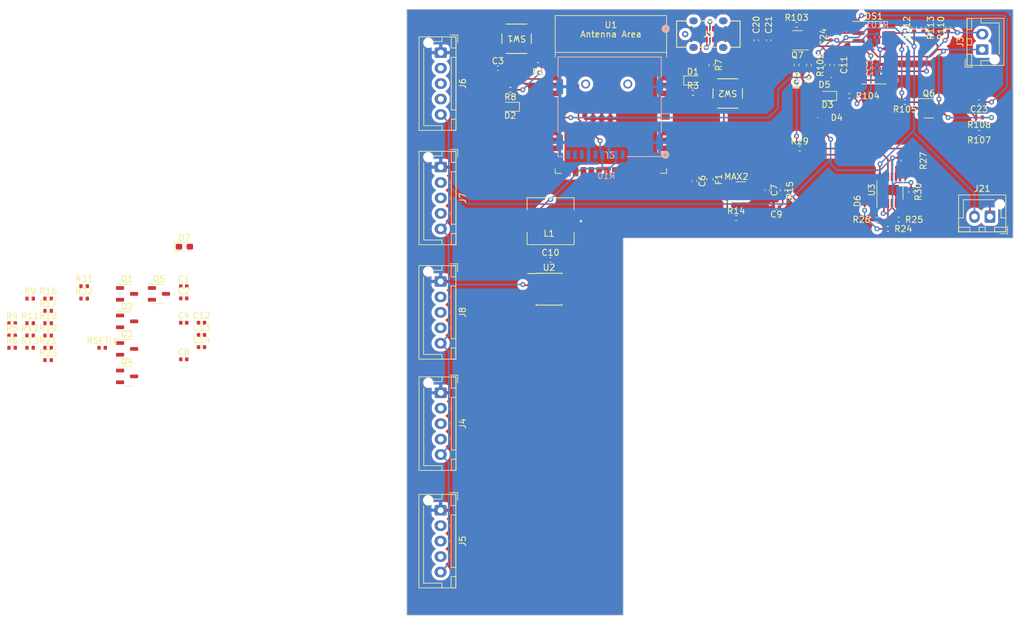
<source format=kicad_pcb>
(kicad_pcb (version 20221018) (generator pcbnew)
  (layers (0 "F.Cu" signal) (31 "B.Cu" signal) (34 "B.Paste" user) (35 "F.Paste" user) (36 "B.SilkS" user "B.Silkscreen") (37 "F.SilkS" user "F.Silkscreen") (38 "B.Mask" user) (39 "F.Mask" user) (44 "Edge.Cuts" user))
  (net 0 "")
  (net 1 "3v3")
  (net 2 "OR Gate")
  (net 3 "Net-(U1-EN)")
  (net 5 "5v")
  (net 6 "Net-(C9-Pad1)")
  (net 7 "Net-(U2-BST)")
  (net 8 "Net-(D7-K)")
  (net 9 "BAT")
  (net 10 "LOAD")
  (net 11 "Net-(DS1-Vdd)")
  (net 12 "Net-(DS1-Cbias)")
  (net 13 "Net-(DS1-CTG)")
  (net 14 "Net-(DS1-Vch)")
  (net 15 "Net-(D1-A)")
  (net 16 "Net-(D2-A)")
  (net 17 "Net-(D3-K)")
  (net 18 "Net-(D5-K)")
  (net 19 "Net-(DS1-THM)")
  (net 20 "therm_2")
  (net 21 "therm_3")
  (net 22 "SERVO_1")
  (net 23 "SERVO_2")
  (net 26 "therm_1")
  (net 27 "therm_4")
  (net 28 "therm_5")
  (net 31 "Net-(Q1-G)")
  (net 32 "Net-(Q2-G)")
  (net 33 "Net-(Q3-G)")
  (net 34 "Net-(Q4-G)")
  (net 35 "Net-(Q5-G)")
  (net 36 "Net-(Q6-D)")
  (net 37 "Net-(Q6-G)")
  (net 38 "Net-(R1-Pad2)")
  (net 39 "LED")
  (net 40 "Net-(J1-CC1)")
  (net 41 "Net-(J1-CC2)")
  (net 42 "SS")
  (net 43 "MOSI")
  (net 44 "SCK")
  (net 45 "MISO")
  (net 46 "Net-(MAX2-CLMODE)")
  (net 47 "Net-(U2-EN)")
  (net 48 "heater_4")
  (net 49 "heater_5")
  (net 50 "heater_1")
  (net 51 "heater_3")
  (net 52 "Net-(U2-PGOOD)")
  (net 53 "Net-(U3-ADJ)")
  (net 54 "Net-(U3-CMP1)")
  (net 55 "Net-(U3-V2OK)")
  (net 56 "Net-(U3-V2UV)")
  (net 57 "Net-(U3-GNDSW)")
  (net 58 "Net-(U3-CMPOUT1)")
  (net 59 "Net-(U2-FB)")
  (net 60 "Net-(DS1-LED1)")
  (net 61 "Net-(DS1-Rt)")
  (net 62 "Net-(DS1-Div)")
  (net 63 "Net-(DS1-Vbatt)")
  (net 64 "Net-(F1-Pad1)")
  (net 72 "V_MON")
  (net 77 "D-")
  (net 78 "D+")
  (net 90 "USB_P")
  (net 91 "GND")
  (net 92 "Net-(U1-GPIO0)")
  (net 98 "Net-(J4-Pin_3)")
  (net 99 "Net-(J5-Pin_3)")
  (net 100 "SERVO_5")
  (net 101 "Net-(J6-Pin_3)")
  (net 102 "SERVO_4")
  (net 103 "Net-(J7-Pin_3)")
  (net 104 "SERVO_3")
  (net 105 "Net-(J8-Pin_3)")
  (net 106 "Net-(MAX2-SETI)")
  (footprint "Connector_JST:JST_XH_B5B-XH-AM_1x05_P2.50mm_Vertical" (layer "F.Cu") (at 145.475 133 -90)
    (fp_text reference "J5")
    (fp_text value "Conn_01x05_Pin")
  )
  (footprint "Connector_JST:JST_XH_B2B-XH-AM_1x02_P2.50mm_Vertical" (layer "F.Cu") (at 233 58.5 90)
    (fp_text reference "J3")
    (fp_text value "Conn_01x02_Male")
  )
  (footprint "Resistor_SMD:R_0402_1005Metric" (layer "F.Cu") (at 205 61 -90)
    (fp_text reference "R2")
    (fp_text value "100K")
  )
  (footprint "Resistor_SMD:R_0402_1005Metric" (layer "F.Cu") (at 82.05 98.77)
    (fp_text reference "R16")
    (fp_text value "15.2k")
  )
  (footprint "Package_TO_SOT_SMD:SOT-23-3" (layer "F.Cu") (at 94.81 111.36)
    (fp_text reference "Q4")
    (fp_text value "VNP10N07")
  )
  (footprint "Resistor_SMD:R_0402_1005Metric" (layer "F.Cu") (at 79.14 106.73)
    (fp_text reference "R13")
    (fp_text value "1.5k")
  )
  (footprint "Resistor_SMD:R_0402_1005Metric" (layer "F.Cu") (at 79.14 104.74)
    (fp_text reference "R12")
    (fp_text value "10k")
  )
  (footprint "Capacitor_SMD:C_0402_1005Metric" (layer "F.Cu") (at 103.97 96.77)
    (fp_text reference "C1")
    (fp_text value "1uF")
  )
  (footprint "Package_SO:MSOP-12-1EP_3x4mm_P0.65mm_EP1.65x2.85mm" (layer "F.Cu") (at 218.09 81.21 90)
    (fp_text reference "U3")
    (fp_text value "LTC4420CMSE-PBF")
  )
  (footprint "Resistor_SMD:R_0402_1005Metric" (layer "F.Cu") (at 87.87 98.77)
    (fp_text reference "R32")
    (fp_text value "10.2k")
  )
  (footprint "Resistor_SMD:R_0402_1005Metric" (layer "F.Cu") (at 208 60.99 90)
    (fp_text reference "R102")
    (fp_text value "R")
  )
  (footprint "Connector_JST:JST_XH_B5B-XH-AM_1x05_P2.50mm_Vertical" (layer "F.Cu") (at 145.5 77.5 -90)
    (fp_text reference "J7")
    (fp_text value "Conn_01x05_Pin")
  )
  (footprint "Resistor_SMD:R_0402_1005Metric" (layer "F.Cu") (at 220.5 67 180)
    (fp_text reference "R105")
    (fp_text value "R")
  )
  (footprint "LED_SMD:LED_0603_1608Metric" (layer "F.Cu") (at 186.25 63.5)
    (fp_text reference "D1")
    (fp_text value "LED")
  )
  (footprint "Capacitor_SMD:C_0402_1005Metric" (layer "F.Cu") (at 198.25 81.25 -90)
    (fp_text reference "C7")
    (fp_text value "4.7 uF")
  )
  (footprint "Package_TO_SOT_SMD:SOT-23-3" (layer "F.Cu") (at 99.96 98.01)
    (fp_text reference "Q5")
    (fp_text value "VNP10N07")
  )
  (footprint "Resistor_SMD:R_0402_1005Metric" (layer "F.Cu") (at 193.24 85.75)
    (fp_text reference "R14")
    (fp_text value "150K")
  )
  (footprint "Resistor_SMD:R_0402_1005Metric" (layer "F.Cu") (at 82.05 106.73)
    (fp_text reference "R21")
    (fp_text value "1.5k")
  )
  (footprint "Resistor_SMD:R_0402_1005Metric" (layer "F.Cu") (at 203 54.5)
    (fp_text reference "R103")
    (fp_text value "R")
  )
  (footprint "Espressif:ESP32-S2-SOLO" (layer "F.Cu") (at 173 68.76)
    (fp_text reference "U1")
    (fp_text value "ESP32-S2-SOLO")
  )
  (footprint "Resistor_SMD:R_0402_1005Metric" (layer "F.Cu") (at 76.23 102.75)
    (fp_text reference "R4")
    (fp_text value "100k")
  )
  (footprint "usb:USB4120-03-C_GCT" (layer "F.Cu") (at 186.000001 55.135)
    (fp_text reference "J1")
    (fp_text value "USB_C_Receptacle")
  )
  (footprint "Capacitor_SMD:C_0402_1005Metric" (layer "F.Cu") (at 208.5 56.5 90)
    (fp_text reference "C24")
    (fp_text value "4.7 uF")
  )
  (footprint "Resistor_SMD:R_0402_1005Metric" (layer "F.Cu") (at 156.75 65 180)
    (fp_text reference "R8")
    (fp_text value "1K")
  )
  (footprint "Connector_JST:JST_XH_B5B-XH-AM_1x05_P2.50mm_Vertical" (layer "F.Cu") (at 145.5 59 -90)
    (fp_text reference "J6")
    (fp_text value "Conn_01x05_Pin")
  )
  (footprint "Resistor_SMD:R_0402_1005Metric" (layer "F.Cu") (at 90.78 106.73)
    (fp_text reference "RSETI1")
    (fp_text value "1.8K")
  )
  (footprint "Resistor_SMD:R_0402_1005Metric" (layer "F.Cu") (at 203.5 74.5)
    (fp_text reference "R29")
    (fp_text value "200k")
  )
  (footprint "Capacitor_SMD:C_0402_1005Metric" (layer "F.Cu") (at 103.97 102.68)
    (fp_text reference "C4")
    (fp_text value ".1uF")
  )
  (footprint "Resistor_SMD:R_0402_1005Metric" (layer "F.Cu") (at 222 55 90)
    (fp_text reference "R112")
    (fp_text value "300K")
  )
  (footprint "Package_TO_SOT_SMD:SOT-23-3" (layer "F.Cu") (at 224.3625 68)
    (fp_text reference "Q6")
    (fp_text value "NMOS")
  )
  (footprint "Package_TO_SOT_SMD:SOT-23-3" (layer "F.Cu") (at 94.81 106.91)
    (fp_text reference "Q3")
    (fp_text value "VNP10N07")
  )
  (footprint "Capacitor_SMD:C_0402_1005Metric" (layer "F.Cu") (at 186.5 79.77 90)
    (fp_text reference "C6")
    (fp_text value "0.47 uF")
  )
  (footprint "Capacitor_SMD:C_0402_1005Metric" (layer "F.Cu") (at 209.5 61 -90)
    (fp_text reference "C11")
    (fp_text value "2.2uF")
  )
  (footprint "Resistor_SMD:R_0402_1005Metric" (layer "F.Cu") (at 82.05 108.72)
    (fp_text reference "R23")
    (fp_text value "100k")
  )
  (footprint "LED_SMD:LED_0603_1608Metric" (layer "F.Cu") (at 156.7125 67.75 180)
    (fp_text reference "D2")
    (fp_text value "LED")
  )
  (footprint "Capacitor_SMD:C_0402_1005Metric" (layer "F.Cu") (at 163.23 92.5)
    (fp_text reference "C10")
    (fp_text value ".1uF")
  )
  (footprint "Capacitor_SMD:C_0402_1005Metric" (layer "F.Cu") (at 103.97 108.59)
    (fp_text reference "C8")
    (fp_text value "10uF")
  )
  (footprint "Package_DFN_QFN:WDFN-12-1EP_3x3mm_P0.45mm_EP1.7x2.5mm" (layer "F.Cu") (at 193.25 81.5)
    (fp_text reference "MAX2")
    (fp_text value "MAX17610")
  )
  (footprint "Capacitor_SMD:C_0402_1005Metric" (layer "F.Cu") (at 106.84 102.68)
    (fp_text reference "C12")
    (fp_text value "47uF")
  )
  (footprint "Resistor_SMD:R_0402_1005Metric" (layer "F.Cu") (at 200.75 81.25 -90)
    (fp_text reference "R15")
    (fp_text value ".5")
  )
  (footprint "Resistor_SMD:R_0402_1005Metric" (layer "F.Cu") (at 161.25 61 180)
    (fp_text reference "R1")
    (fp_text value "10k")
  )
  (footprint "Diode_SMD:D_0402_1005Metric" (layer "F.Cu") (at 207.5 69.5)
    (fp_text reference "D4")
    (fp_text value "D_Schottky")
  )
  (footprint "Capacitor_SMD:C_0402_1005Metric" (layer "F.Cu") (at 199.73 84 180)
    (fp_text reference "C9")
    (fp_text value "2.2uF")
  )
  (footprint "Resistor_SMD:R_0402_1005Metric" (layer "F.Cu") (at 82.05 102.75)
    (fp_text reference "R18")
    (fp_text value "1.5k")
  )
  (footprint "Resistor_SMD:R_0402_1005Metric" (layer "F.Cu") (at 189.25 61 -90)
    (fp_text reference "R7")
    (fp_text value "5.1k")
  )
  (footprint "Connector_JST:JST_XH_B2B-XH-AM_1x02_P2.50mm_Vertical" (layer "F.Cu") (at 234.25 85.525 180)
    (fp_text reference "J21")
    (fp_text value "Conn_01x02_Male")
  )
  (footprint "Capacitor_SMD:C_0402_1005Metric" (layer "F.Cu") (at 232.49 66.98 180)
    (fp_text reference "C23")
    (fp_text value "0.1 uF")
  )
  (footprint "Diode_SMD:D_0402_1005Metric" (layer "F.Cu") (at 207.5 63 180)
    (fp_text reference "D5")
    (fp_text value "D")
  )
  (footprint "Resistor_SMD:R_0402_1005Metric" (layer "F.Cu") (at 221.5 81.5 -90)
    (fp_text reference "R30")
    (fp_text value "1M")
  )
  (footprint "Capacitor_SMD:C_0402_1005Metric" (layer "F.Cu") (at 106.84 104.65)
    (fp_text reference "C13")
    (fp_text value "15uF")
  )
  (footprint "Package_SO:SOIC-16_3.9x9.9mm_P1.27mm" (layer "F.Cu") (at 215.5 59)
    (fp_text reference "DS1")
    (fp_text value "~")
  )
  (footprint "Capacitor_SMD:C_0402_1005Metric" (layer "F.Cu") (at 196.5 57 -90)
    (fp_text reference "C20")
    (fp_text value "47 uF")
  )
  (footprint "Package_TO_SOT_SMD:SOT-23-3" (layer "F.Cu") (at 203.1375 57 180)
    (fp_text reference "Q7")
    (fp_text value "PMOS")
  )
  (footprint "button:SW_PTS647SM38SMTR2LFS_CNK" (layer "F.Cu") (at 157.75 56.75)
    (fp_text reference "SW1")
    (fp_text value "PTS647SM38SMTR2LFS")
  )
  (footprint "Connector_JST:JST_XH_B5B-XH-AM_1x05_P2.50mm_Vertical" (layer "F.Cu") (at 145.5 114 -90)
    (fp_text reference "J4")
    (fp_text value "Conn_01x05_Pin")
  )
  (footprint "Capacitor_SMD:C_0402_1005Metric" (layer "F.Cu") (at 198.5 57 -90)
    (fp_text reference "C21")
    (fp_text value "1 uF")
  )
  (footprint "LED_SMD:LED_0603_1608Metric" (layer "F.Cu") (at 208 66 180)
    (fp_text reference "D3")
    (fp_text value "LED")
  )
  (footprint "Capacitor_SMD:C_0402_1005Metric" (layer "F.Cu") (at 154.73 61.5)
    (fp_text reference "C3")
    (fp_text value ".1uF")
  )
  (footprint "Resistor_SMD:R_0402_1005Metric" (layer "F.Cu") (at 82.05 100.76)
    (fp_text reference "R17")
    (fp_text value "10.2k")
  )
  (footprint "Resistor_SMD:R_0402_1005Metric" (layer "F.Cu") (at 79.14 98.77)
    (fp_text reference "R9")
    (fp_text value "10k")
  )
  (footprint "Package_TO_SOT_SMD:SOT-23-3" (layer "F.Cu") (at 94.81 98.01)
    (fp_text reference "Q1")
    (fp_text value "VNP10N07")
  )
  (footprint "Resistor_SMD:R_0402_1005Metric" (layer "F.Cu") (at 227.5 55.01 90)
    (fp_text reference "R110")
    (fp_text value "R")
  )
  (footprint "Resistor_SMD:R_0402_1005Metric" (layer "F.Cu") (at 232.5 71.98 180)
    (fp_text reference "R107")
    (fp_text value "7")
  )
  (footprint "Resistor_SMD:R_0402_1005Metric" (layer "F.Cu") (at 82.05 104.74)
    (fp_text reference "R19")
    (fp_text value "1.5k")
  )
  (footprint "Resistor_SMD:R_0402_1005Metric" (layer "F.Cu") (at 223.5 55 -90)
    (fp_text reference "R113")
    (fp_text value "R")
  )
  (footprint "inductor:IND_B1047AS-2R2N=P3" (layer "F.Cu") (at 163.25 86.25 180)
    (fp_text reference "L1")
    (fp_text value "2.2uH")
  )
  (footprint "Resistor_SMD:R_0402_1005Metric" (layer "F.Cu") (at 87.87 96.78)
    (fp_text reference "R31")
    (fp_text value "31.6k")
  )
  (footprint "Resistor_SMD:R_0402_1005Metric" (layer "F.Cu") (at 219.5 76.5 90)
    (fp_text reference "R27")
    (fp_text value "1M")
  )
  (footprint "Package_TO_SOT_SMD:SOT-23-3" (layer "F.Cu") (at 94.81 102.46)
    (fp_text reference "Q2")
    (fp_text value "VNP10N07")
  )
  (footprint "Resistor_SMD:R_0402_1005Metric" (layer "F.Cu") (at 215.99 86 180)
    (fp_text reference "R26")
    (fp_text value "45k")
  )
  (footprint "Resistor_SMD:R_0402_1005Metric" (layer "F.Cu") (at 79.14 102.75)
    (fp_text reference "R11")
    (fp_text value "10k")
  )
  (footprint "Resistor_SMD:R_0402_1005Metric" (layer "F.Cu") (at 232.5 69.49 180)
    (fp_text reference "R108")
    (fp_text value "R")
  )
  (footprint "Resistor_SMD:R_0402_1005Metric" (layer "F.Cu") (at 186.26 65.5)
    (fp_text reference "R3")
    (fp_text value "1K")
  )
  (footprint "Resistor_SMD:R_0402_1005Metric" (layer "F.Cu") (at 203 61 -90)
    (fp_text reference "R28")
    (fp_text value "300k")
  )
  (footprint "Connector_JST:JST_XH_B5B-XH-AM_1x05_P2.50mm_Vertical" (layer "F.Cu") (at 145.475 96 -90)
    (fp_text reference "J8")
    (fp_text value "Conn_01x05_Pin")
  )
  (footprint "Fuse:Fuse_0603_1608Metric" (layer "F.Cu") (at 189 79.5 -90)
    (fp_text reference "F1")
    (fp_text value "Fuse")
  )
  (footprint "Package_SO:SOIC-8-N7_3.9x4.9mm_P1.27mm" (layer "F.Cu") (at 163 97.25)
    (fp_text reference "U2")
    (fp_text value "ADP2303")
  )
  (footprint "Capacitor_SMD:C_0402_1005Metric" (layer "F.Cu") (at 106.84 106.62)
    (fp_text reference "C14")
    (fp_text value "47uF")
  )
  (footprint "Resistor_SMD:R_0402_1005Metric" (layer "F.Cu") (at 219.5 86 180)
    (fp_text reference "R25")
    (fp_text value "156k")
  )
  (footprint "button:SW_PTS647SM38SMTR2LFS_CNK" (layer "F.Cu") (at 191.875001 65.599999 180)
    (fp_text reference "SW2")
    (fp_text value "PTS647SM38SMTR2LFS")
  )
  (footprint "Resistor_SMD:R_0402_1005Metric" (layer "F.Cu") (at 217.75 87.5)
    (fp_text reference "R24")
    (fp_text value "300k")
  )
  (footprint "Capacitor_SMD:C_0402_1005Metric" (layer "F.Cu") (at 103.97 98.74)
    (fp_text reference "C2")
    (fp_text value ".1uF")
  )
  (footprint "Diode_SMD:D_0402_1005Metric" (layer "F.Cu") (at 214 83 90)
    (fp_text reference "D6")
    (fp_text value "D")
  )
  (footprint "Diode_SMD:D_0603_1608Metric_Pad1.05x0.95mm_HandSolder" (layer "F.Cu") (at 104.065 90.38)
    (fp_text reference "D7")
    (fp_text value "D_Schottky")
  )
  (footprint "Resistor_SMD:R_0402_1005Metric" (layer "F.Cu") (at 76.23 104.74)
    (fp_text reference "R5")
    (fp_text value "1.5k")
  )
  (footprint "Resistor_SMD:R_0402_1005Metric" (layer "F.Cu") (at 76.23 106.73)
    (fp_text reference "R6")
    (fp_text value "5.1k")
  )
  (footprint "Resistor_SMD:R_0402_1005Metric" (layer "F.Cu") (at 211.5 66)
    (fp_text reference "R104")
    (fp_text value "R")
  )
  (footprint "Resistor_SMD:R_0402_1005Metric" (layer "B.Cu") (at 216 56.5 -90)
    (fp_text reference "R101")
    (fp_text value "R")
  )
  (footprint "Capacitor_SMD:C_0402_1005Metric" (layer "B.Cu") (at 216 61.5 -90)
    (fp_text reference "C22")
    (fp_text value "0.1 uF")
  )
  (footprint "Resistor_SMD:R_0402_1005Metric" (layer "B.Cu") (at 172.24 77.75)
    (fp_text reference "R10")
    (fp_text value "10k")
  )
  (footprint "sdcard:MEM2075-00-140-01-A_GCT" (layer "B.Cu") (at 172.794999 67.7552)
    (fp_text reference "J2")
    (fp_text value "SD_Card")
  )
  (gr_line (start 175 89) (end 175 150) (stroke (width 0.1)) (layer "Edge.Cuts"))
  (gr_line (start 175 150) (end 140 150) (stroke (width 0.1)) (layer "Edge.Cuts"))
  (gr_line (start 238 52) (end 238 89) (stroke (width 0.1)) (layer "Edge.Cuts"))
  (gr_line (start 140 150) (end 140 52) (stroke (width 0.1)) (layer "Edge.Cuts"))
  (gr_line (start 238 89) (end 175 89) (stroke (width 0.1)) (layer "Edge.Cuts"))
  (gr_line (start 140 52) (end 238 52) (stroke (width 0.1)) (layer "Edge.Cuts"))
  (segment (start 161.76 61) (end 161.76 61.99) (width 0.25) (layer "F.Cu") (net 1))
  (segment (start 161.76 61.99) (end 161.5 62.25) (width 0.25) (layer "F.Cu") (net 1))
  (segment (start 160.05 86.25) (end 160.05 85.75) (width 0.25) (layer "F.Cu") (net 1))
  (segment (start 162.53 61.77) (end 164.25 61.77) (width 0.25) (layer "F.Cu") (net 1))
  (segment (start 161.76 61) (end 162.53 61.77) (width 0.25) (layer "F.Cu") (net 1))
  (segment (start 167.75 64.27) (end 167.75 69.75) (width 0.25) (layer "F.Cu") (net 1))
  (segment (start 160.05 85.75) (end 163.05 82.75) (width 0.25) (layer "F.Cu") (net 1))
  (segment (start 158.75 65) (end 157.26 65) (width 0.25) (layer "F.Cu") (net 1))
  (segment (start 167.75 69.75) (end 171.25 73.25) (width 0.25) (layer "F.Cu") (net 1))
  (segment (start 165.25 61.77) (end 167.75 64.27) (width 0.25) (layer "F.Cu") (net 1))
  (segment (start 163.05 82.75) (end 163.25 82.75) (width 0.25) (layer "F.Cu") (net 1))
  (segment (start 164.25 61.77) (end 165.25 61.77) (width 0.25) (layer "F.Cu") (net 1))
  (via (at 171.25 73.25) (size 0.8) (drill 0.4) (layers "F.Cu" "B.Cu") (net 1))
  (via (at 163.25 82.75) (size 0.8) (drill 0.4) (layers "F.Cu" "B.Cu") (net 1))
  (via (at 161.5 62.25) (size 0.8) (drill 0.4) (layers "F.Cu" "B.Cu") (net 1))
  (via (at 158.75 65) (size 0.8) (drill 0.4) (layers "F.Cu" "B.Cu") (net 1))
  (segment (start 163.25 82.75) (end 168.25 77.75) (width 0.25) (layer "B.Cu") (net 1))
  (segment (start 161.5 62.25) (end 158.75 65) (width 0.25) (layer "B.Cu") (net 1))
  (segment (start 171.25 75.15) (end 171.6 75.5) (width 0.25) (layer "B.Cu") (net 1))
  (segment (start 171.6 75.5) (end 171.6 77.62) (width 0.25) (layer "B.Cu") (net 1))
  (segment (start 168.25 77.75) (end 171.73 77.75) (width 0.25) (layer "B.Cu") (net 1))
  (segment (start 171.6 77.62) (end 171.73 77.75) (width 0.25) (layer "B.Cu") (net 1))
  (segment (start 171.25 73.25) (end 171.25 75.15) (width 0.25) (layer "B.Cu") (net 1))
  (segment (start 203.495 83.485) (end 214 83.485) (width 0.25) (layer "F.Cu") (net 2))
  (segment (start 214 83.485) (end 216.34 83.485) (width 0.25) (layer "F.Cu") (net 2))
  (segment (start 200.72 80.77) (end 200.75 80.74) (width 0.25) (layer "F.Cu") (net 2))
  (segment (start 200.75 80.74) (end 203.495 83.485) (width 0.25) (layer "F.Cu") (net 2))
  (segment (start 216 87.5) (end 217.24 87.5) (width 0.25) (layer "F.Cu") (net 2))
  (segment (start 198.25 80.77) (end 200.72 80.77) (width 0.25) (layer "F.Cu") (net 2))
  (segment (start 197.855 80.375) (end 194.7 80.375) (width 0.25) (layer "F.Cu") (net 2))
  (segment (start 214 83.485) (end 214 84.5) (width 0.25) (layer "F.Cu") (net 2))
  (segment (start 216.34 83.485) (end 216.465 83.36) (width 0.25) (layer "F.Cu") (net 2))
  (segment (start 198.25 80.77) (end 197.855 80.375) (width 0.25) (layer "F.Cu") (net 2))
  (via (at 214 84.5) (size 0.8) (drill 0.4) (layers "F.Cu" "B.Cu") (net 2))
  (via (at 216 87.5) (size 0.8) (drill 0.4) (layers "F.Cu" "B.Cu") (net 2))
  (segment (start 214 84.5) (end 214 85.5) (width 0.25) (layer "B.Cu") (net 2))
  (segment (start 214 85.5) (end 216 87.5) (width 0.25) (layer "B.Cu") (net 2))
  (segment (start 164.25 63.04) (end 164.04 63.25) (width 0.25) (layer "F.Cu") (net 3))
  (segment (start 155.124999 61.414999) (end 155.124999 58.349999) (width 0.25) (layer "F.Cu") (net 3))
  (segment (start 164.04 63.25) (end 156.96 63.25) (width 0.25) (layer "F.Cu") (net 3))
  (segment (start 155.21 61.5) (end 155.124999 61.414999) (width 0.25) (layer "F.Cu") (net 3))
  (segment (start 156.96 63.25) (end 155.21 61.5) (width 0.25) (layer "F.Cu") (net 3))
  (segment (start 219.5 75.99) (end 218.534598 75.99) (width 0.25) (layer "F.Cu") (net 5))
  (segment (start 221.5 80.99) (end 221.5 80) (width 0.25) (layer "F.Cu") (net 5))
  (segment (start 217.115 84.885) (end 217.115 83.36) (width 0.25) (layer "F.Cu") (net 5))
  (segment (start 158.865 96.615) (end 158.75 96.5) (width 0.25) (layer "F.Cu") (net 5))
  (segment (start 160.3 96.615) (end 158.865 96.615) (width 0.25) (layer "F.Cu") (net 5))
  (segment (start 217 85) (end 217.115 84.885) (width 0.25) (layer "F.Cu") (net 5))
  (segment (start 207.985 69.5) (end 207.985 72.485) (width 0.25) (layer "F.Cu") (net 5))
  (segment (start 221.51 79.99) (end 221.5 80) (width 0.25) (layer "F.Cu") (net 5))
  (segment (start 218.415 76.109598) (end 218.415 79.06) (width 0.25) (layer "F.Cu") (net 5))
  (segment (start 218.534598 75.99) (end 218.512299 76.012299) (width 0.25) (layer "F.Cu") (net 5))
  (segment (start 207.985 72.485) (end 208.5 73) (width 0.25) (layer "F.Cu") (net 5))
  (segment (start 218.512299 76.012299) (end 218.415 76.109598) (width 0.25) (layer "F.Cu") (net 5))
  (via (at 218.512299 76.012299) (size 0.8) (drill 0.4) (layers "F.Cu" "B.Cu") (net 5))
  (via (at 217 85) (size 0.8) (drill 0.4) (layers "F.Cu" "B.Cu") (net 5))
  (via (at 221.5 80) (size 0.8) (drill 0.4) (layers "F.Cu" "B.Cu") (net 5))
  (via (at 208.5 73) (size 0.8) (drill 0.4) (layers "F.Cu" "B.Cu") (net 5))
  (via (at 158.75 96.5) (size 0.8) (drill 0.4) (layers "F.Cu" "B.Cu") (net 5))
  (segment (start 145.475 143) (end 146.775 141.7) (width 0.25) (layer "B.Cu") (net 5))
  (segment (start 218.5 84) (end 218.5 80.5) (width 0.25) (layer "B.Cu") (net 5))
  (segment (start 218.512299 76.012299) (end 218.5 76.024598) (width 0.25) (layer "B.Cu") (net 5))
  (segment (start 218.512299 76.012299) (end 216.524598 78) (width 0.25) (layer "B.Cu") (net 5))
  (segment (start 219 80) (end 218.5 80.5) (width 0.25) (layer "B.Cu") (net 5))
  (segment (start 201.275 83.475) (end 149.775 83.475) (width 0.25) (layer "B.Cu") (net 5))
  (segment (start 146.775 141.7) (end 146.775 125.275) (width 0.25) (layer "B.Cu") (net 5))
  (segment (start 217.5 85) (end 218.5 84) (width 0.25) (layer "B.Cu") (net 5))
  (segment (start 147.275 96.5) (end 146.775 97) (width 0.25) (layer "B.Cu") (net 5))
  (segment (start 221.5 80) (end 219 80) (width 0.25) (layer "B.Cu") (net 5))
  (segment (start 146.775 97) (end 146.775 88.775) (width 0.25) (layer "B.Cu") (net 5))
  (segment (start 145.5 124) (end 146.8 122.7) (width 0.25) (layer "B.Cu") (net 5))
  (segment (start 216.524598 78) (end 209.5 78) (width 0.25) (layer "B.Cu") (net 5))
  (segment (start 145.5 87.5) (end 146.8 86.2) (width 0.25) (layer "B.Cu") (net 5))
  (segment (start 146.8 80.5) (end 146.8 70.3) (width 0.25) (layer "B.Cu") (net 5))
  (segment (start 208.5 77) (end 208.5 76.25) (width 0.25) (layer "B.Cu") (net 5))
  (segment (start 158.75 96.5) (end 147.275 96.5) (width 0.25) (layer "B.Cu") (net 5))
  (segment (start 218.5 76.024598) (end 218.5 80.5) (width 0.25) (layer "B.Cu") (net 5))
  (segment (start 217 85) (end 217.5 85) (width 0.25) (layer "B.Cu") (net 5))
  (segment (start 146.8 70.3) (end 145.5 69) (width 0.25) (layer "B.Cu") (net 5))
  (segment (start 149.775 83.475) (end 146.8 80.5) (width 0.25) (layer "B.Cu") (net 5))
  (segment (start 208.5 76.25) (end 201.275 83.475) (width 0.25) (layer "B.Cu") (net 5))
  (segment (start 146.8 86.2) (end 146.8 80.5) (width 0.25) (layer "B.Cu") (net 5))
  (segment (start 145.475 106) (end 146.775 104.7) (width 0.25) (layer "B.Cu") (net 5))
  (segment (start 146.775 125.275) (end 145.5 124) (width 0.25) (layer "B.Cu") (net 5))
  (segment (start 209.5 78) (end 208.5 77) (width 0.25) (layer "B.Cu") (net 5))
  (segment (start 146.775 104.7) (end 146.775 97) (width 0.25) (layer "B.Cu") (net 5))
  (segment (start 146.775 88.775) (end 145.5 87.5) (width 0.25) (layer "B.Cu") (net 5))
  (segment (start 146.8 107.325) (end 145.475 106) (width 0.25) (layer "B.Cu") (net 5))
  (segment (start 208.5 76.25) (end 208.5 73) (width 0.25) (layer "B.Cu") (net 5))
  (segment (start 146.8 122.7) (end 146.8 107.325) (width 0.25) (layer "B.Cu") (net 5))
  (segment (start 200.75 81.76) (end 200.75 83.46) (width 0.25) (layer "F.Cu") (net 6))
  (segment (start 200.75 83.46) (end 200.21 84) (width 0.25) (layer "F.Cu") (net 6))
  (segment (start 160.3 93.45) (end 161.25 92.5) (width 0.25) (layer "F.Cu") (net 7))
  (segment (start 160.3 95.345) (end 160.3 93.45) (width 0.25) (layer "F.Cu") (net 7))
  (segment (start 161.25 92.5) (end 162.75 92.5) (width 0.25) (layer "F.Cu") (net 7))
  (segment (start 166.45 86.25) (end 166.45 92.75) (width 0.25) (layer "F.Cu") (net 8))
  (segment (start 163.71 92.5) (end 165.25 92.5) (width 0.25) (layer "F.Cu") (net 8))
  (segment (start 165.25 92.5) (end 165.7 92.95) (width 0.25) (layer "F.Cu") (net 8))
  (segment (start 165.7 93.5) (end 165.7 95.345) (width 0.25) (layer "F.Cu") (net 8))
  (segment (start 165.7 87) (end 166.45 86.25) (width 0.25) (layer "F.Cu") (net 8))
  (segment (start 166.45 92.75) (end 165.7 93.5) (width 0.25) (layer "F.Cu") (net 8))
  (segment (start 165.7 92.95) (end 165.7 93.5) (width 0.25) (layer "F.Cu") (net 8))
  (segment (start 207 57.95) (end 208.5 57.95) (width 0.25) (layer "F.Cu") (net 9))
  (segment (start 216.465 77.035) (end 216.5 77) (width 0.25) (layer "F.Cu") (net 9))
  (segment (start 216.465 79.06) (end 216.465 77.035) (width 0.25) (layer "F.Cu") (net 9))
  (segment (start 222 55.51) (end 222 58) (width 0.25) (layer "F.Cu") (net 9))
  (segment (start 209.5 60.52) (end 209.5 58.95) (width 0.25) (layer "F.Cu") (net 9))
  (segment (start 204.275 57.95) (end 205 58.675) (width 0.25) (layer "F.Cu") (net 9))
  (segment (start 203 60.49) (end 205 60.49) (width 0.25) (layer "F.Cu") (net 9))
  (segment (start 209.5995 57.95) (end 208.5 57.95) (width 0.25) (layer "F.Cu") (net 9))
  (segment (start 209.5 58.95) (end 208.5 57.95) (width 0.25) (layer "F.Cu") (net 9))
  (segment (start 208 60.48) (end 208 58.95) (width 0.25) (layer "F.Cu") (net 9))
  (segment (start 211 56.5495) (end 209.5995 57.95) (width 0.25) (layer "F.Cu") (net 9))
  (segment (start 205 58.675) (end 205 60.49) (width 0.25) (layer "F.Cu") (net 9))
  (segment (start 208 58.95) (end 207 57.95) (width 0.25) (layer "F.Cu") (net 9))
  (segment (start 204.275 57.95) (end 207 57.95) (width 0.25) (layer "F.Cu") (net 9))
  (via (at 216.5 77) (size 0.8) (drill 0.4) (layers "F.Cu" "B.Cu") (net 9))
  (via (at 211 56.5495) (size 0.8) (drill 0.4) (layers "F.Cu" "B.Cu") (net 9))
  (via (at 222 58) (size 0.8) (drill 0.4) (layers "F.Cu" "B.Cu") (net 9))
  (segment (start 218.974695 55) (end 221.974695 58) (width 0.25) (layer "B.Cu") (net 9))
  (segment (start 231.75 81.75) (end 221.75 71.75) (width 0.25) (layer "B.Cu") (net 9))
  (segment (start 222 71.5) (end 222 58) (width 0.25) (layer "B.Cu") (net 9))
  (segment (start 211 56.5495) (end 212.9505 56.5495) (width 0.25) (layer "B.Cu") (net 9))
  (segment (start 216.5 77) (end 221.75 71.75) (width 0.25) (layer "B.Cu") (net 9))
  (segment (start 231.75 85.525) (end 231.75 81.75) (width 0.25) (layer "B.Cu") (net 9))
  (segment (start 221.75 71.75) (end 222 71.5) (width 0.25) (layer "B.Cu") (net 9))
  (segment (start 214.5 55) (end 218.974695 55) (width 0.25) (layer "B.Cu") (net 9))
  (segment (start 221.974695 58) (end 222 58) (width 0.25) (layer "B.Cu") (net 9))
  (segment (start 212.9505 56.5495) (end 214.5 55) (width 0.25) (layer "B.Cu") (net 9))
  (segment (start 202 54.5) (end 202.49 54.5) (width 0.25) (layer "F.Cu") (net 10))
  (segment (start 207.015 69.5) (end 207.015 66.1975) (width 0.25) (layer "F.Cu") (net 10))
  (segment (start 207.015 63) (end 207.015 59.515) (width 0.25) (layer "F.Cu") (net 10))
  (segment (start 201.5 56.5) (end 201.5 55) (width 0.25) (layer "F.Cu") (net 10))
  (segment (start 202.02 56.98) (end 202 57) (width 0.25) (layer "F.Cu") (net 10))
  (segment (start 201.5 55) (end 202 54.5) (width 0.25) (layer "F.Cu") (net 10))
  (segment (start 207.015 63) (end 207.015 65.8025) (width 0.25) (layer "F.Cu") (net 10))
  (segment (start 198.5 56.52) (end 201.52 56.52) (width 0.25) (layer "F.Cu") (net 10))
  (segment (start 208.52 57) (end 208.5 56.98) (width 0.25) (layer "F.Cu") (net 10))
  (segment (start 196.5 56.52) (end 198.5 56.52) (width 0.25) (layer "F.Cu") (net 10))
  (segment (start 209.5 57) (end 208.52 57) (width 0.25) (layer "F.Cu") (net 10))
  (segment (start 202 57) (end 201.5 56.5) (width 0.25) (layer "F.Cu") (net 10))
  (segment (start 207.015 66.1975) (end 207.2125 66) (width 0.25) (layer "F.Cu") (net 10))
  (segment (start 196.47 56.49) (end 196.5 56.52) (width 0.25) (layer "F.Cu") (net 10))
  (segment (start 201.52 56.52) (end 202 57) (width 0.25) (layer "F.Cu") (net 10))
  (segment (start 208.5 56.98) (end 202.02 56.98) (width 0.25) (layer "F.Cu") (net 10))
  (segment (start 207.015 65.8025) (end 207.2125 66) (width 0.25) (layer "F.Cu") (net 10))
  (segment (start 207.015 59.515) (end 206.5 59) (width 0.25) (layer "F.Cu") (net 10))
  (via (at 206.5 59) (size 0.8) (drill 0.4) (layers "F.Cu" "B.Cu") (net 10))
  (via (at 209.5 57) (size 0.8) (drill 0.4) (layers "F.Cu" "B.Cu") (net 10))
  (segment (start 209.7745 57.2745) (end 213.2255 57.2745) (width 0.25) (layer "B.Cu") (net 10))
  (segment (start 208.5 57) (end 209.5 57) (width 0.25) (layer "B.Cu") (net 10))
  (segment (start 209.5 57) (end 209.7745 57.2745) (width 0.25) (layer "B.Cu") (net 10))
  (segment (start 214.5 56) (end 215.99 56) (width 0.25) (layer "B.Cu") (net 10))
  (segment (start 215.99 56) (end 216 55.99) (width 0.25) (layer "B.Cu") (net 10))
  (segment (start 206.5 59) (end 208.5 57) (width 0.25) (layer "B.Cu") (net 10))
  (segment (start 213.2255 57.2745) (end 214.5 56) (width 0.25) (layer "B.Cu") (net 10))
  (segment (start 216.635 58.365) (end 217.975 58.365) (width 0.25) (layer "F.Cu") (net 11))
  (segment (start 216.5 58.5) (end 216.635 58.365) (width 0.25) (layer "F.Cu") (net 11))
  (via (at 216.5 58.5) (size 0.8) (drill 0.4) (layers "F.Cu" "B.Cu") (net 11))
  (segment (start 216.5 60.52) (end 216 61.02) (width 0.25) (layer "B.Cu") (net 11))
  (segment (start 216.5 58.5) (end 216.5 60.52) (width 0.25) (layer "B.Cu") (net 11))
  (segment (start 216 57.01) (end 216 58) (width 0.25) (layer "B.Cu") (net 11))
  (segment (start 216 58) (end 216.5 58.5) (width 0.25) (layer "B.Cu") (net 11))
  (segment (start 213.025 53.475) (end 213.5 53) (width 0.25) (layer "F.Cu") (net 12))
  (segment (start 213.025 54.555) (end 213.025 53.475) (width 0.25) (layer "F.Cu") (net 12))
  (segment (start 232.99 67) (end 232.97 66.98) (width 0.25) (layer "F.Cu") (net 12))
  (segment (start 234.5 67) (end 232.99 67) (width 0.25) (layer "F.Cu") (net 12))
  (via (at 234.5 67) (size 0.8) (drill 0.4) (layers "F.Cu" "B.Cu") (net 12))
  (via (at 213.5 53) (size 0.8) (drill 0.4) (layers "F.Cu" "B.Cu") (net 12))
  (segment (start 213.5 53) (end 236.5 53) (width 0.25) (layer "B.Cu") (net 12))
  (segment (start 237 64.5) (end 234.5 67) (width 0.25) (layer "B.Cu") (net 12))
  (segment (start 236.5 53) (end 237 53.5) (width 0.25) (layer "B.Cu") (net 12))
  (segment (start 237 53.5) (end 237 64.5) (width 0.25) (layer "B.Cu") (net 12))
  (segment (start 213.025 63.445) (end 217.975 63.445) (width 0.25) (layer "F.Cu") (net 13))
  (segment (start 215.725 59.225) (end 216.135 59.635) (width 0.25) (layer "F.Cu") (net 13))
  (segment (start 213.595 57.095) (end 215.275 58.775) (width 0.25) (layer "F.Cu") (net 13))
  (segment (start 234.25 77.75) (end 232 75.5) (width 0.25) (layer "F.Cu") (net 13))
  (segment (start 226 67.5) (end 225.5 68) (width 0.25) (layer "F.Cu") (net 13))
  (segment (start 215.275 58.775) (end 215.300305 58.775) (width 0.25) (layer "F.Cu") (net 13))
  (segment (start 232 71.99) (end 231.99 71.98) (width 0.25) (layer "F.Cu") (net 13))
  (segment (start 234.25 85.525) (end 234.25 77.75) (width 0.25) (layer "F.Cu") (net 13))
  (segment (start 215.300305 58.775) (end 215.725 59.199695) (width 0.25) (layer "F.Cu") (net 13))
  (segment (start 226 66.5) (end 226 67.5) (width 0.25) (layer "F.Cu") (net 13))
  (segment (start 225.77 57.78) (end 225.77 58.5) (width 0.25) (layer "F.Cu") (net 13))
  (segment (start 231.99 69.49) (end 232.01 69.47) (width 0.25) (layer "F.Cu") (net 13))
  (segment (start 232 75.5) (end 232 71.99) (width 0.25) (layer "F.Cu") (net 13))
  (segment (start 231.99 69.49) (end 231.99 71.98) (width 0.25) (layer "F.Cu") (net 13))
  (segment (start 232.01 69.47) (end 232.01 66.98) (width 0.25) (layer "F.Cu") (net 13))
  (segment (start 213.025 57.095) (end 213.595 57.095) (width 0.25) (layer "F.Cu") (net 13))
  (segment (start 216.135 59.635) (end 217.975 59.635) (width 0.25) (layer "F.Cu") (net 13))
  (segment (start 217.975 59.635) (end 224.635 59.635) (width 0.25) (layer "F.Cu") (net 13))
  (segment (start 230.5 68) (end 231.99 69.49) (width 0.25) (layer "F.Cu") (net 13))
  (segment (start 215.725 59.199695) (end 215.725 59.225) (width 0.25) (layer "F.Cu") (net 13))
  (segment (start 225.5 68) (end 230.5 68) (width 0.25) (layer "F.Cu") (net 13))
  (segment (start 223.5 55.51) (end 225.77 57.78) (width 0.25) (layer "F.Cu") (net 13))
  (segment (start 226.5 58.5) (end 226.75 58.75) (width 0.25) (layer "F.Cu") (net 13))
  (segment (start 225.77 58.5) (end 226.5 58.5) (width 0.25) (layer "F.Cu") (net 13))
  (segment (start 225.77 58.5) (end 224.635 59.635) (width 0.25) (layer "F.Cu") (net 13))
  (via (at 226 66.5) (size 0.8) (drill 0.4) (layers "F.Cu" "B.Cu") (net 13))
  (via (at 226.75 58.75) (size 0.8) (drill 0.4) (layers "F.Cu" "B.Cu") (net 13))
  (segment (start 226 59.5) (end 226 66.5) (width 0.25) (layer "B.Cu") (net 13))
  (segment (start 227 58.5) (end 226.75 58.75) (width 0.25) (layer "B.Cu") (net 13))
  (segment (start 233 58.5) (end 227 58.5) (width 0.25) (layer "B.Cu") (net 13))
  (segment (start 226.75 58.75) (end 226 59.5) (width 0.25) (layer "B.Cu") (net 13))
  (segment (start 208.695 55.825) (end 213.025 55.825) (width 0.25) (layer "F.Cu") (net 14))
  (segment (start 208.47 56.05) (end 208.5 56.02) (width 0.25) (layer "F.Cu") (net 14))
  (segment (start 204.275 56.05) (end 204.5 55.825) (width 0.25) (layer "F.Cu") (net 14))
  (segment (start 208.5 56.02) (end 208.695 55.825) (width 0.25) (layer "F.Cu") (net 14))
  (segment (start 204.275 56.05) (end 208.47 56.05) (width 0.25) (layer "F.Cu") (net 14))
  (segment (start 204 54.5) (end 203.51 54.5) (width 0.25) (layer "F.Cu") (net 14))
  (segment (start 204.5 55) (end 204 54.5) (width 0.25) (layer "F.Cu") (net 14))
  (segment (start 204.5 55.825) (end 204.5 55) (width 0.25) (layer "F.Cu") (net 14))
  (segment (start 186.77 65.5) (end 186.77 63.7675) (width 0.25) (layer "F.Cu") (net 15))
  (segment (start 186.77 63.7675) (end 187.0375 63.5) (width 0.25) (layer "F.Cu") (net 15))
  (segment (start 155.925 65.315) (end 156.24 65) (width 0.25) (layer "F.Cu") (net 16))
  (segment (start 155.925 67.75) (end 155.925 65.315) (width 0.25) (layer "F.Cu") (net 16))
  (segment (start 208.7875 66) (end 210.99 66) (width 0.25) (layer "F.Cu") (net 17))
  (segment (start 207.985 63) (end 207.985 61.515) (width 0.25) (layer "F.Cu") (net 18))
  (segment (start 207.985 61.515) (end 208 61.5) (width 0.25) (layer "F.Cu") (net 18))
  (segment (start 220.175 55.825) (end 217.975 55.825) (width 0.25) (layer "F.Cu") (net 19))
  (segment (start 227.5 54.5) (end 227.75 54.5) (width 0.25) (layer "F.Cu") (net 19))
  (segment (start 220.5 55.5) (end 220.175 55.825) (width 0.25) (layer "F.Cu") (net 19))
  (segment (start 218.15 56) (end 217.975 55.825) (width 0.25) (layer "F.Cu") (net 19))
  (segment (start 227.75 54.5) (end 229 55.75) (width 0.25) (layer "F.Cu") (net 19))
  (via (at 220.5 55.5) (size 0.8) (drill 0.4) (layers "F.Cu" "B.Cu") (net 19))
  (via (at 229 55.75) (size 0.8) (drill 0.4) (layers "F.Cu" "B.Cu") (net 19))
  (segment (start 220.5 55.5) (end 220.75 55.75) (width 0.25) (layer "B.Cu") (net 19))
  (segment (start 220.75 55.75) (end 229 55.75) (width 0.25) (layer "B.Cu") (net 19))
  (segment (start 232.75 55.75) (end 233 56) (width 0.25) (layer "B.Cu") (net 19))
  (segment (start 229 55.75) (end 232.75 55.75) (width 0.25) (layer "B.Cu") (net 19))
  (segment (start 221.01 67) (end 223.175 67) (width 0.25) (layer "F.Cu") (net 36))
  (segment (start 223.175 67) (end 223.225 67.05) (width 0.25) (layer "F.Cu") (net 36))
  (segment (start 233.02 69.5) (end 233.01 69.49) (width 0.25) (layer "F.Cu") (net 37))
  (segment (start 223.225 68.95) (end 226.95 68.95) (width 0.25) (layer "F.Cu") (net 37))
  (segment (start 226.95 68.95) (end 227.5 69.5) (width 0.25) (layer "F.Cu") (net 37))
  (segment (start 234.5 69.5) (end 233.02 69.5) (width 0.25) (layer "F.Cu") (net 37))
  (via (at 234.5 69.5) (size 0.8) (drill 0.4) (layers "F.Cu" "B.Cu") (net 37))
  (via (at 227.5 69.5) (size 0.8) (drill 0.4) (layers "F.Cu" "B.Cu") (net 37))
  (segment (start 227.5 69.5) (end 234.5 69.5) (width 0.25) (layer "B.Cu") (net 37))
  (segment (start 160.375001 60.635001) (end 160.74 61) (width 0.25) (layer "F.Cu") (net 38))
  (segment (start 160.375001 58.349999) (end 160.375001 60.635001) (width 0.25) (layer "F.Cu") (net 38))
  (segment (start 181.75 65.58) (end 185.67 65.58) (width 0.25) (layer "F.Cu") (net 39))
  (segment (start 185.67 65.58) (end 185.75 65.5) (width 0.25) (layer "F.Cu") (net 39))
  (segment (start 172.75 77.75) (end 173.799998 76.700002) (width 0.25) (layer "B.Cu") (net 43))
  (segment (start 173.799998 76.700002) (end 173.799998 75.5) (width 0.25) (layer "B.Cu") (net 43))
  (segment (start 173.799998 75.1063) (end 173.799998 75.5) (width 0.25) (layer "B.Cu") (net 43))
  (segment (start 191.8 84.82) (end 192.73 85.75) (width 0.25) (layer "F.Cu") (net 46))
  (segment (start 191.8 82.625) (end 191.8 84.82) (width 0.25) (layer "F.Cu") (net 46))
  (segment (start 187.02 61.77) (end 181.75 61.77) (width 0.25) (layer "F.Cu") (net 50))
  (segment (start 189.25 64) (end 187.02 61.77) (width 0.25) (layer "F.Cu") (net 50))
  (segment (start 218.415 84.036041) (end 220.01 85.631041) (width 0.25) (layer "F.Cu") (net 53))
  (segment (start 220.01 85.631041) (end 220.01 86) (width 0.25) (layer "F.Cu") (net 53))
  (segment (start 218.415 83.36) (end 218.415 84.036041) (width 0.25) (layer "F.Cu") (net 53))
  (segment (start 218.26 87.5) (end 219.75 87.5) (width 0.25) (layer "F.Cu") (net 53))
  (segment (start 219.75 87.5) (end 220.01 87.24) (width 0.25) (layer "F.Cu") (net 53))
  (segment (start 220.01 87.24) (end 220.01 86) (width 0.25) (layer "F.Cu") (net 53))
  (segment (start 216.5 86) (end 218 86) (width 0.25) (layer "F.Cu") (net 54))
  (segment (start 217.765 83.36) (end 217.765 85.765) (width 0.25) (layer "F.Cu") (net 54))
  (segment (start 217.765 85.765) (end 218 86) (width 0.25) (layer "F.Cu") (net 54))
  (segment (start 218 86) (end 218.99 86) (width 0.25) (layer "F.Cu") (net 54))
  (segment (start 219.065 77.445) (end 219.065 79.06) (width 0.25) (layer "F.Cu") (net 55))
  (segment (start 219.5 77.01) (end 219.065 77.445) (width 0.25) (layer "F.Cu") (net 55))
  (segment (start 203 61.51) (end 203 63.7245) (width 0.25) (layer "F.Cu") (net 56))
  (segment (start 203 72.5) (end 203 74.49) (width 0.25) (layer "F.Cu") (net 56))
  (segment (start 217 75.5) (end 217.765 76.265) (width 0.25) (layer "F.Cu") (net 56))
  (segment (start 203 74.49) (end 202.99 74.5) (width 0.25) (layer "F.Cu") (net 56))
  (segment (start 202.99 61.52) (end 203 61.51) (width 0.25) (layer "F.Cu") (net 56))
  (segment (start 202.99 74.5) (end 203.99 75.5) (width 0.25) (layer "F.Cu") (net 56))
  (segment (start 217.765 76.265) (end 217.765 79.06) (width 0.25) (layer "F.Cu") (net 56))
  (segment (start 203.99 75.5) (end 217 75.5) (width 0.25) (layer "F.Cu") (net 56))
  (via (at 203 63.7245) (size 0.8) (drill 0.4) (layers "F.Cu" "B.Cu") (net 56))
  (via (at 203 72.5) (size 0.8) (drill 0.4) (layers "F.Cu" "B.Cu") (net 56))
  (segment (start 203 63.7245) (end 203 72.5) (width 0.25) (layer "B.Cu") (net 56))
  (segment (start 204.01 74.5) (end 220.5 74.5) (width 0.25) (layer "F.Cu") (net 57))
  (segment (start 220.5 74.5) (end 221.5 75.5) (width 0.25) (layer "F.Cu") (net 57))
  (segment (start 221.5 77.275) (end 219.715 79.06) (width 0.25) (layer "F.Cu") (net 57))
  (segment (start 221.5 75.5) (end 221.5 77.275) (width 0.25) (layer "F.Cu") (net 57))
  (segment (start 221.5 82.01) (end 221.5 83) (width 0.25) (layer "F.Cu") (net 58))
  (segment (start 221.14 83.36) (end 219.715 83.36) (width 0.25) (layer "F.Cu") (net 58))
  (segment (start 221.5 83) (end 221.14 83.36) (width 0.25) (layer "F.Cu") (net 58))
  (segment (start 212.75 67.25) (end 212.75 66.74) (width 0.25) (layer "F.Cu") (net 60))
  (segment (start 215 59.5) (end 213.865 58.365) (width 0.25) (layer "F.Cu") (net 60))
  (segment (start 213.865 58.365) (end 213.025 58.365) (width 0.25) (layer "F.Cu") (net 60))
  (segment (start 212.75 66.74) (end 212.01 66) (width 0.25) (layer "F.Cu") (net 60))
  (via (at 212.75 67.25) (size 0.8) (drill 0.4) (layers "F.Cu" "B.Cu") (net 60))
  (via (at 215 59.5) (size 0.8) (drill 0.4) (layers "F.Cu" "B.Cu") (net 60))
  (segment (start 212.75 67.25) (end 215 65) (width 0.25) (layer "B.Cu") (net 60))
  (segment (start 215 65) (end 215 59.5) (width 0.25) (layer "B.Cu") (net 60))
  (segment (start 220 58.5) (end 220 57.5) (width 0.25) (layer "F.Cu") (net 61))
  (segment (start 220 65.5) (end 220 66.99) (width 0.25) (layer "F.Cu") (net 61))
  (segment (start 220 57.5) (end 219.595 57.095) (width 0.25) (layer "F.Cu") (net 61))
  (segment (start 219.595 57.095) (end 217.975 57.095) (width 0.25) (layer "F.Cu") (net 61))
  (segment (start 220 66.99) (end 219.99 67) (width 0.25) (layer "F.Cu") (net 61))
  (via (at 220 65.5) (size 0.8) (drill 0.4) (layers "F.Cu" "B.Cu") (net 61))
  (via (at 220 58.5) (size 0.8) (drill 0.4) (layers "F.Cu" "B.Cu") (net 61))
  (segment (start 220 58.5) (end 220 65.5) (width 0.25) (layer "B.Cu") (net 61))
  (segment (start 218.15 62) (end 217.975 62.175) (width 0.25) (layer "F.Cu") (net 62))
  (segment (start 224 62) (end 218.15 62) (width 0.25) (layer "F.Cu") (net 62))
  (segment (start 227.5 56.5) (end 227 57) (width 0.25) (layer "F.Cu") (net 62))
  (segment (start 227.5 55.52) (end 227.5 56.5) (width 0.25) (layer "F.Cu") (net 62))
  (via (at 224 62) (size 0.8) (drill 0.4) (layers "F.Cu" "B.Cu") (net 62))
  (via (at 227 57) (size 0.8) (drill 0.4) (layers "F.Cu" "B.Cu") (net 62))
  (segment (start 224 60) (end 227 57) (width 0.25) (layer "B.Cu") (net 62))
  (segment (start 224 62) (end 224 60) (width 0.25) (layer "B.Cu") (net 62))
  (segment (start 221.935 54.555) (end 222 54.49) (width 0.25) (layer "F.Cu") (net 63))
  (segment (start 217.975 54.555) (end 221.935 54.555) (width 0.25) (layer "F.Cu") (net 63))
  (segment (start 222 54.49) (end 223.5 54.49) (width 0.25) (layer "F.Cu") (net 63))
  (segment (start 187.500001 55.135) (end 187.500001 56.865) (width 0.25) (layer "F.Cu") (net 64))
  (segment (start 187.500001 56.865) (end 187.500001 58.750001) (width 0.25) (layer "F.Cu") (net 64))
  (segment (start 189 78.7125) (end 191.25 76.4625) (width 0.25) (layer "F.Cu") (net 64))
  (segment (start 191.25 76.4625) (end 191.25 60.25) (width 0.25) (layer "F.Cu") (net 64))
  (segment (start 191.25 60.25) (end 190.000001 59.000001) (width 0.25) (layer "F.Cu") (net 64))
  (segment (start 190.000001 55.135) (end 190.000001 56.865) (width 0.25) (layer "F.Cu") (net 64))
  (segment (start 190.000001 59.000001) (end 190.000001 56.865) (width 0.25) (layer "F.Cu") (net 64))
  (segment (start 166.5 69.5) (end 164.36 69.5) (width 0.25) (layer "F.Cu") (net 72))
  (segment (start 205 61.51) (end 205 63) (width 0.25) (layer "F.Cu") (net 72))
  (segment (start 164.36 69.5) (end 164.25 69.39) (width 0.25) (layer "F.Cu") (net 72))
  (via (at 166.5 69.5) (size 0.8) (drill 0.4) (layers "F.Cu" "B.Cu") (net 72))
  (via (at 205 63) (size 0.8) (drill 0.4) (layers "F.Cu" "B.Cu") (net 72))
  (segment (start 198.5 69.5) (end 166.5 69.5) (width 0.25) (layer "B.Cu") (net 72))
  (segment (start 205 63) (end 202 63) (width 0.25) (layer "B.Cu") (net 72))
  (segment (start 202 63) (end 200 65) (width 0.25) (layer "B.Cu") (net 72))
  (segment (start 200 68) (end 198.5 69.5) (width 0.25) (layer "B.Cu") (net 72))
  (segment (start 200 65) (end 200 68) (width 0.25) (layer "B.Cu") (net 72))
  (segment (start 188.40804 58.181489) (end 188.500001 58.089528) (width 0.2) (layer "F.Cu") (net 77))
  (segment (start 188.500001 58.089528) (end 188.500001 56.865) (width 0.2) (layer "F.Cu") (net 77))
  (segment (start 189 55.135) (end 189 54) (width 0.2) (layer "F.Cu") (net 77))
  (via (at 189 54) (size 0.8) (drill 0.4) (layers "F.Cu" "B.Cu") (net 77))
  (via (at 188.40804 58.181489) (size 0.8) (drill 0.4) (layers "F.Cu" "B.Cu") (net 77))
  (segment (start 189 54) (end 189 57.589529) (width 0.2) (layer "B.Cu") (net 77))
  (segment (start 189 57.589529) (end 188.40804 58.181489) (width 0.2) (layer "B.Cu") (net 77))
  (segment (start 189 56.865) (end 189 56.2332) (width 0.2) (layer "F.Cu") (net 78))
  (segment (start 189 56.2332) (end 188.500001 55.733201) (width 0.2) (layer "F.Cu") (net 78))
  (segment (start 188.500001 55.733201) (end 188.500001 55.135) (width 0.2) (layer "F.Cu") (net 78))
  (segment (start 186.5 80.25) (end 188.9625 80.25) (width 0.25) (layer "F.Cu") (net 90))
  (segment (start 191.7125 80.2875) (end 191.8 80.375) (width 0.25) (layer "F.Cu") (net 90))
  (segment (start 188.9625 80.25) (end 189 80.2875) (width 0.25) (layer "F.Cu") (net 90))
  (segment (start 189 80.2875) (end 191.7125 80.2875) (width 0.25) (layer "F.Cu") (net 90))
  (segment (start 219.065 83.36) (end 219.065 82.185) (width 0.25) (layer "F.Cu") (net 91))
  (segment (start 219.065 82.185) (end 218.09 81.21) (width 0.25) (layer "F.Cu") (net 91))
  (segment (start 197.355 82.625) (end 198.25 81.73) (width 0.25) (layer "F.Cu") (net 91))
  (segment (start 217.115 80.235) (end 217.115 79.06) (width 0.25) (layer "F.Cu") (net 91))
  (segment (start 194.7 82.625) (end 197.355 82.625) (width 0.25) (layer "F.Cu") (net 91))
  (segment (start 218.09 81.21) (end 217.115 80.235) (width 0.25) (layer "F.Cu") (net 91))
  (zone (net 91) (net_name "GND") (layer "F.Cu") (connect_pads (clearance 0.5)) (min_thickness 0.25) (fill yes (thermal_gap 0.5) (thermal_bridge_width 0.5))
    (polygon (pts (xy 140 52) (xy 238 52) (xy 238 89) (xy 175 89) (xy 175 150) (xy 140 150)))
  )
  (zone (net 91) (net_name "GND") (layer "B.Cu") (priority 1) (connect_pads (clearance 0.5)) (min_thickness 0.25) (fill yes (thermal_gap 0.5) (thermal_bridge_width 0.5))
    (polygon (pts (xy 140 52) (xy 238 52) (xy 238 89) (xy 175 89) (xy 175 150) (xy 140 150)))
  )
)
</source>
